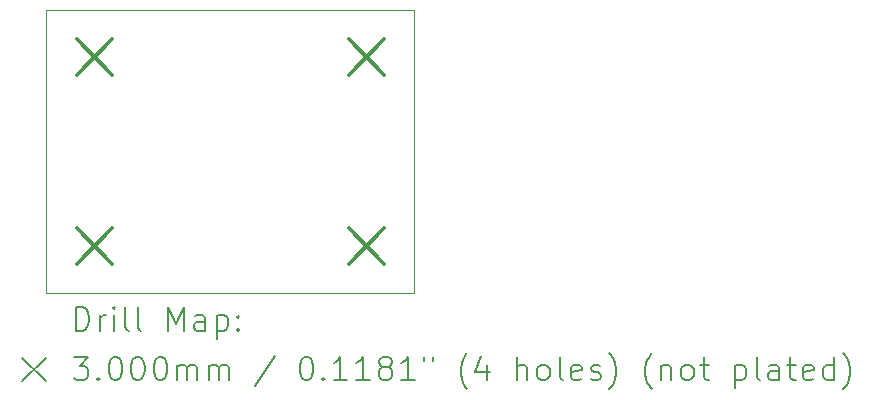
<source format=gbr>
%TF.GenerationSoftware,KiCad,Pcbnew,6.0.11-2627ca5db0~126~ubuntu20.04.1*%
%TF.CreationDate,2023-03-07T09:50:48+01:00*%
%TF.ProjectId,ecran,65637261-6e2e-46b6-9963-61645f706362,V1.0*%
%TF.SameCoordinates,Original*%
%TF.FileFunction,Drillmap*%
%TF.FilePolarity,Positive*%
%FSLAX45Y45*%
G04 Gerber Fmt 4.5, Leading zero omitted, Abs format (unit mm)*
G04 Created by KiCad (PCBNEW 6.0.11-2627ca5db0~126~ubuntu20.04.1) date 2023-03-07 09:50:48*
%MOMM*%
%LPD*%
G01*
G04 APERTURE LIST*
%ADD10C,0.100000*%
%ADD11C,0.200000*%
%ADD12C,0.300000*%
G04 APERTURE END LIST*
D10*
X12700000Y-12000000D02*
X9588500Y-12000000D01*
X12700000Y-9600000D02*
X12700000Y-12000000D01*
X9588500Y-12000000D02*
X9588500Y-9600000D01*
X9588500Y-9600000D02*
X12700000Y-9600000D01*
D11*
D12*
X9850000Y-9850000D02*
X10150000Y-10150000D01*
X10150000Y-9850000D02*
X9850000Y-10150000D01*
X9850000Y-11450000D02*
X10150000Y-11750000D01*
X10150000Y-11450000D02*
X9850000Y-11750000D01*
X12150000Y-9850000D02*
X12450000Y-10150000D01*
X12450000Y-9850000D02*
X12150000Y-10150000D01*
X12150000Y-11450000D02*
X12450000Y-11750000D01*
X12450000Y-11450000D02*
X12150000Y-11750000D01*
D11*
X9841119Y-12315476D02*
X9841119Y-12115476D01*
X9888738Y-12115476D01*
X9917310Y-12125000D01*
X9936357Y-12144048D01*
X9945881Y-12163095D01*
X9955405Y-12201190D01*
X9955405Y-12229762D01*
X9945881Y-12267857D01*
X9936357Y-12286905D01*
X9917310Y-12305952D01*
X9888738Y-12315476D01*
X9841119Y-12315476D01*
X10041119Y-12315476D02*
X10041119Y-12182143D01*
X10041119Y-12220238D02*
X10050643Y-12201190D01*
X10060167Y-12191667D01*
X10079214Y-12182143D01*
X10098262Y-12182143D01*
X10164929Y-12315476D02*
X10164929Y-12182143D01*
X10164929Y-12115476D02*
X10155405Y-12125000D01*
X10164929Y-12134524D01*
X10174452Y-12125000D01*
X10164929Y-12115476D01*
X10164929Y-12134524D01*
X10288738Y-12315476D02*
X10269690Y-12305952D01*
X10260167Y-12286905D01*
X10260167Y-12115476D01*
X10393500Y-12315476D02*
X10374452Y-12305952D01*
X10364929Y-12286905D01*
X10364929Y-12115476D01*
X10622071Y-12315476D02*
X10622071Y-12115476D01*
X10688738Y-12258333D01*
X10755405Y-12115476D01*
X10755405Y-12315476D01*
X10936357Y-12315476D02*
X10936357Y-12210714D01*
X10926833Y-12191667D01*
X10907786Y-12182143D01*
X10869690Y-12182143D01*
X10850643Y-12191667D01*
X10936357Y-12305952D02*
X10917310Y-12315476D01*
X10869690Y-12315476D01*
X10850643Y-12305952D01*
X10841119Y-12286905D01*
X10841119Y-12267857D01*
X10850643Y-12248809D01*
X10869690Y-12239286D01*
X10917310Y-12239286D01*
X10936357Y-12229762D01*
X11031595Y-12182143D02*
X11031595Y-12382143D01*
X11031595Y-12191667D02*
X11050643Y-12182143D01*
X11088738Y-12182143D01*
X11107786Y-12191667D01*
X11117310Y-12201190D01*
X11126833Y-12220238D01*
X11126833Y-12277381D01*
X11117310Y-12296428D01*
X11107786Y-12305952D01*
X11088738Y-12315476D01*
X11050643Y-12315476D01*
X11031595Y-12305952D01*
X11212548Y-12296428D02*
X11222071Y-12305952D01*
X11212548Y-12315476D01*
X11203024Y-12305952D01*
X11212548Y-12296428D01*
X11212548Y-12315476D01*
X11212548Y-12191667D02*
X11222071Y-12201190D01*
X11212548Y-12210714D01*
X11203024Y-12201190D01*
X11212548Y-12191667D01*
X11212548Y-12210714D01*
X9383500Y-12545000D02*
X9583500Y-12745000D01*
X9583500Y-12545000D02*
X9383500Y-12745000D01*
X9822071Y-12535476D02*
X9945881Y-12535476D01*
X9879214Y-12611667D01*
X9907786Y-12611667D01*
X9926833Y-12621190D01*
X9936357Y-12630714D01*
X9945881Y-12649762D01*
X9945881Y-12697381D01*
X9936357Y-12716428D01*
X9926833Y-12725952D01*
X9907786Y-12735476D01*
X9850643Y-12735476D01*
X9831595Y-12725952D01*
X9822071Y-12716428D01*
X10031595Y-12716428D02*
X10041119Y-12725952D01*
X10031595Y-12735476D01*
X10022071Y-12725952D01*
X10031595Y-12716428D01*
X10031595Y-12735476D01*
X10164929Y-12535476D02*
X10183976Y-12535476D01*
X10203024Y-12545000D01*
X10212548Y-12554524D01*
X10222071Y-12573571D01*
X10231595Y-12611667D01*
X10231595Y-12659286D01*
X10222071Y-12697381D01*
X10212548Y-12716428D01*
X10203024Y-12725952D01*
X10183976Y-12735476D01*
X10164929Y-12735476D01*
X10145881Y-12725952D01*
X10136357Y-12716428D01*
X10126833Y-12697381D01*
X10117310Y-12659286D01*
X10117310Y-12611667D01*
X10126833Y-12573571D01*
X10136357Y-12554524D01*
X10145881Y-12545000D01*
X10164929Y-12535476D01*
X10355405Y-12535476D02*
X10374452Y-12535476D01*
X10393500Y-12545000D01*
X10403024Y-12554524D01*
X10412548Y-12573571D01*
X10422071Y-12611667D01*
X10422071Y-12659286D01*
X10412548Y-12697381D01*
X10403024Y-12716428D01*
X10393500Y-12725952D01*
X10374452Y-12735476D01*
X10355405Y-12735476D01*
X10336357Y-12725952D01*
X10326833Y-12716428D01*
X10317310Y-12697381D01*
X10307786Y-12659286D01*
X10307786Y-12611667D01*
X10317310Y-12573571D01*
X10326833Y-12554524D01*
X10336357Y-12545000D01*
X10355405Y-12535476D01*
X10545881Y-12535476D02*
X10564929Y-12535476D01*
X10583976Y-12545000D01*
X10593500Y-12554524D01*
X10603024Y-12573571D01*
X10612548Y-12611667D01*
X10612548Y-12659286D01*
X10603024Y-12697381D01*
X10593500Y-12716428D01*
X10583976Y-12725952D01*
X10564929Y-12735476D01*
X10545881Y-12735476D01*
X10526833Y-12725952D01*
X10517310Y-12716428D01*
X10507786Y-12697381D01*
X10498262Y-12659286D01*
X10498262Y-12611667D01*
X10507786Y-12573571D01*
X10517310Y-12554524D01*
X10526833Y-12545000D01*
X10545881Y-12535476D01*
X10698262Y-12735476D02*
X10698262Y-12602143D01*
X10698262Y-12621190D02*
X10707786Y-12611667D01*
X10726833Y-12602143D01*
X10755405Y-12602143D01*
X10774452Y-12611667D01*
X10783976Y-12630714D01*
X10783976Y-12735476D01*
X10783976Y-12630714D02*
X10793500Y-12611667D01*
X10812548Y-12602143D01*
X10841119Y-12602143D01*
X10860167Y-12611667D01*
X10869690Y-12630714D01*
X10869690Y-12735476D01*
X10964929Y-12735476D02*
X10964929Y-12602143D01*
X10964929Y-12621190D02*
X10974452Y-12611667D01*
X10993500Y-12602143D01*
X11022071Y-12602143D01*
X11041119Y-12611667D01*
X11050643Y-12630714D01*
X11050643Y-12735476D01*
X11050643Y-12630714D02*
X11060167Y-12611667D01*
X11079214Y-12602143D01*
X11107786Y-12602143D01*
X11126833Y-12611667D01*
X11136357Y-12630714D01*
X11136357Y-12735476D01*
X11526833Y-12525952D02*
X11355405Y-12783095D01*
X11783976Y-12535476D02*
X11803024Y-12535476D01*
X11822071Y-12545000D01*
X11831595Y-12554524D01*
X11841119Y-12573571D01*
X11850643Y-12611667D01*
X11850643Y-12659286D01*
X11841119Y-12697381D01*
X11831595Y-12716428D01*
X11822071Y-12725952D01*
X11803024Y-12735476D01*
X11783976Y-12735476D01*
X11764928Y-12725952D01*
X11755405Y-12716428D01*
X11745881Y-12697381D01*
X11736357Y-12659286D01*
X11736357Y-12611667D01*
X11745881Y-12573571D01*
X11755405Y-12554524D01*
X11764928Y-12545000D01*
X11783976Y-12535476D01*
X11936357Y-12716428D02*
X11945881Y-12725952D01*
X11936357Y-12735476D01*
X11926833Y-12725952D01*
X11936357Y-12716428D01*
X11936357Y-12735476D01*
X12136357Y-12735476D02*
X12022071Y-12735476D01*
X12079214Y-12735476D02*
X12079214Y-12535476D01*
X12060167Y-12564048D01*
X12041119Y-12583095D01*
X12022071Y-12592619D01*
X12326833Y-12735476D02*
X12212548Y-12735476D01*
X12269690Y-12735476D02*
X12269690Y-12535476D01*
X12250643Y-12564048D01*
X12231595Y-12583095D01*
X12212548Y-12592619D01*
X12441119Y-12621190D02*
X12422071Y-12611667D01*
X12412548Y-12602143D01*
X12403024Y-12583095D01*
X12403024Y-12573571D01*
X12412548Y-12554524D01*
X12422071Y-12545000D01*
X12441119Y-12535476D01*
X12479214Y-12535476D01*
X12498262Y-12545000D01*
X12507786Y-12554524D01*
X12517309Y-12573571D01*
X12517309Y-12583095D01*
X12507786Y-12602143D01*
X12498262Y-12611667D01*
X12479214Y-12621190D01*
X12441119Y-12621190D01*
X12422071Y-12630714D01*
X12412548Y-12640238D01*
X12403024Y-12659286D01*
X12403024Y-12697381D01*
X12412548Y-12716428D01*
X12422071Y-12725952D01*
X12441119Y-12735476D01*
X12479214Y-12735476D01*
X12498262Y-12725952D01*
X12507786Y-12716428D01*
X12517309Y-12697381D01*
X12517309Y-12659286D01*
X12507786Y-12640238D01*
X12498262Y-12630714D01*
X12479214Y-12621190D01*
X12707786Y-12735476D02*
X12593500Y-12735476D01*
X12650643Y-12735476D02*
X12650643Y-12535476D01*
X12631595Y-12564048D01*
X12612548Y-12583095D01*
X12593500Y-12592619D01*
X12783976Y-12535476D02*
X12783976Y-12573571D01*
X12860167Y-12535476D02*
X12860167Y-12573571D01*
X13155405Y-12811667D02*
X13145881Y-12802143D01*
X13126833Y-12773571D01*
X13117309Y-12754524D01*
X13107786Y-12725952D01*
X13098262Y-12678333D01*
X13098262Y-12640238D01*
X13107786Y-12592619D01*
X13117309Y-12564048D01*
X13126833Y-12545000D01*
X13145881Y-12516428D01*
X13155405Y-12506905D01*
X13317309Y-12602143D02*
X13317309Y-12735476D01*
X13269690Y-12525952D02*
X13222071Y-12668809D01*
X13345881Y-12668809D01*
X13574452Y-12735476D02*
X13574452Y-12535476D01*
X13660167Y-12735476D02*
X13660167Y-12630714D01*
X13650643Y-12611667D01*
X13631595Y-12602143D01*
X13603024Y-12602143D01*
X13583976Y-12611667D01*
X13574452Y-12621190D01*
X13783976Y-12735476D02*
X13764928Y-12725952D01*
X13755405Y-12716428D01*
X13745881Y-12697381D01*
X13745881Y-12640238D01*
X13755405Y-12621190D01*
X13764928Y-12611667D01*
X13783976Y-12602143D01*
X13812548Y-12602143D01*
X13831595Y-12611667D01*
X13841119Y-12621190D01*
X13850643Y-12640238D01*
X13850643Y-12697381D01*
X13841119Y-12716428D01*
X13831595Y-12725952D01*
X13812548Y-12735476D01*
X13783976Y-12735476D01*
X13964928Y-12735476D02*
X13945881Y-12725952D01*
X13936357Y-12706905D01*
X13936357Y-12535476D01*
X14117309Y-12725952D02*
X14098262Y-12735476D01*
X14060167Y-12735476D01*
X14041119Y-12725952D01*
X14031595Y-12706905D01*
X14031595Y-12630714D01*
X14041119Y-12611667D01*
X14060167Y-12602143D01*
X14098262Y-12602143D01*
X14117309Y-12611667D01*
X14126833Y-12630714D01*
X14126833Y-12649762D01*
X14031595Y-12668809D01*
X14203024Y-12725952D02*
X14222071Y-12735476D01*
X14260167Y-12735476D01*
X14279214Y-12725952D01*
X14288738Y-12706905D01*
X14288738Y-12697381D01*
X14279214Y-12678333D01*
X14260167Y-12668809D01*
X14231595Y-12668809D01*
X14212548Y-12659286D01*
X14203024Y-12640238D01*
X14203024Y-12630714D01*
X14212548Y-12611667D01*
X14231595Y-12602143D01*
X14260167Y-12602143D01*
X14279214Y-12611667D01*
X14355405Y-12811667D02*
X14364928Y-12802143D01*
X14383976Y-12773571D01*
X14393500Y-12754524D01*
X14403024Y-12725952D01*
X14412548Y-12678333D01*
X14412548Y-12640238D01*
X14403024Y-12592619D01*
X14393500Y-12564048D01*
X14383976Y-12545000D01*
X14364928Y-12516428D01*
X14355405Y-12506905D01*
X14717309Y-12811667D02*
X14707786Y-12802143D01*
X14688738Y-12773571D01*
X14679214Y-12754524D01*
X14669690Y-12725952D01*
X14660167Y-12678333D01*
X14660167Y-12640238D01*
X14669690Y-12592619D01*
X14679214Y-12564048D01*
X14688738Y-12545000D01*
X14707786Y-12516428D01*
X14717309Y-12506905D01*
X14793500Y-12602143D02*
X14793500Y-12735476D01*
X14793500Y-12621190D02*
X14803024Y-12611667D01*
X14822071Y-12602143D01*
X14850643Y-12602143D01*
X14869690Y-12611667D01*
X14879214Y-12630714D01*
X14879214Y-12735476D01*
X15003024Y-12735476D02*
X14983976Y-12725952D01*
X14974452Y-12716428D01*
X14964928Y-12697381D01*
X14964928Y-12640238D01*
X14974452Y-12621190D01*
X14983976Y-12611667D01*
X15003024Y-12602143D01*
X15031595Y-12602143D01*
X15050643Y-12611667D01*
X15060167Y-12621190D01*
X15069690Y-12640238D01*
X15069690Y-12697381D01*
X15060167Y-12716428D01*
X15050643Y-12725952D01*
X15031595Y-12735476D01*
X15003024Y-12735476D01*
X15126833Y-12602143D02*
X15203024Y-12602143D01*
X15155405Y-12535476D02*
X15155405Y-12706905D01*
X15164928Y-12725952D01*
X15183976Y-12735476D01*
X15203024Y-12735476D01*
X15422071Y-12602143D02*
X15422071Y-12802143D01*
X15422071Y-12611667D02*
X15441119Y-12602143D01*
X15479214Y-12602143D01*
X15498262Y-12611667D01*
X15507786Y-12621190D01*
X15517309Y-12640238D01*
X15517309Y-12697381D01*
X15507786Y-12716428D01*
X15498262Y-12725952D01*
X15479214Y-12735476D01*
X15441119Y-12735476D01*
X15422071Y-12725952D01*
X15631595Y-12735476D02*
X15612548Y-12725952D01*
X15603024Y-12706905D01*
X15603024Y-12535476D01*
X15793500Y-12735476D02*
X15793500Y-12630714D01*
X15783976Y-12611667D01*
X15764928Y-12602143D01*
X15726833Y-12602143D01*
X15707786Y-12611667D01*
X15793500Y-12725952D02*
X15774452Y-12735476D01*
X15726833Y-12735476D01*
X15707786Y-12725952D01*
X15698262Y-12706905D01*
X15698262Y-12687857D01*
X15707786Y-12668809D01*
X15726833Y-12659286D01*
X15774452Y-12659286D01*
X15793500Y-12649762D01*
X15860167Y-12602143D02*
X15936357Y-12602143D01*
X15888738Y-12535476D02*
X15888738Y-12706905D01*
X15898262Y-12725952D01*
X15917309Y-12735476D01*
X15936357Y-12735476D01*
X16079214Y-12725952D02*
X16060167Y-12735476D01*
X16022071Y-12735476D01*
X16003024Y-12725952D01*
X15993500Y-12706905D01*
X15993500Y-12630714D01*
X16003024Y-12611667D01*
X16022071Y-12602143D01*
X16060167Y-12602143D01*
X16079214Y-12611667D01*
X16088738Y-12630714D01*
X16088738Y-12649762D01*
X15993500Y-12668809D01*
X16260167Y-12735476D02*
X16260167Y-12535476D01*
X16260167Y-12725952D02*
X16241119Y-12735476D01*
X16203024Y-12735476D01*
X16183976Y-12725952D01*
X16174452Y-12716428D01*
X16164928Y-12697381D01*
X16164928Y-12640238D01*
X16174452Y-12621190D01*
X16183976Y-12611667D01*
X16203024Y-12602143D01*
X16241119Y-12602143D01*
X16260167Y-12611667D01*
X16336357Y-12811667D02*
X16345881Y-12802143D01*
X16364928Y-12773571D01*
X16374452Y-12754524D01*
X16383976Y-12725952D01*
X16393500Y-12678333D01*
X16393500Y-12640238D01*
X16383976Y-12592619D01*
X16374452Y-12564048D01*
X16364928Y-12545000D01*
X16345881Y-12516428D01*
X16336357Y-12506905D01*
M02*

</source>
